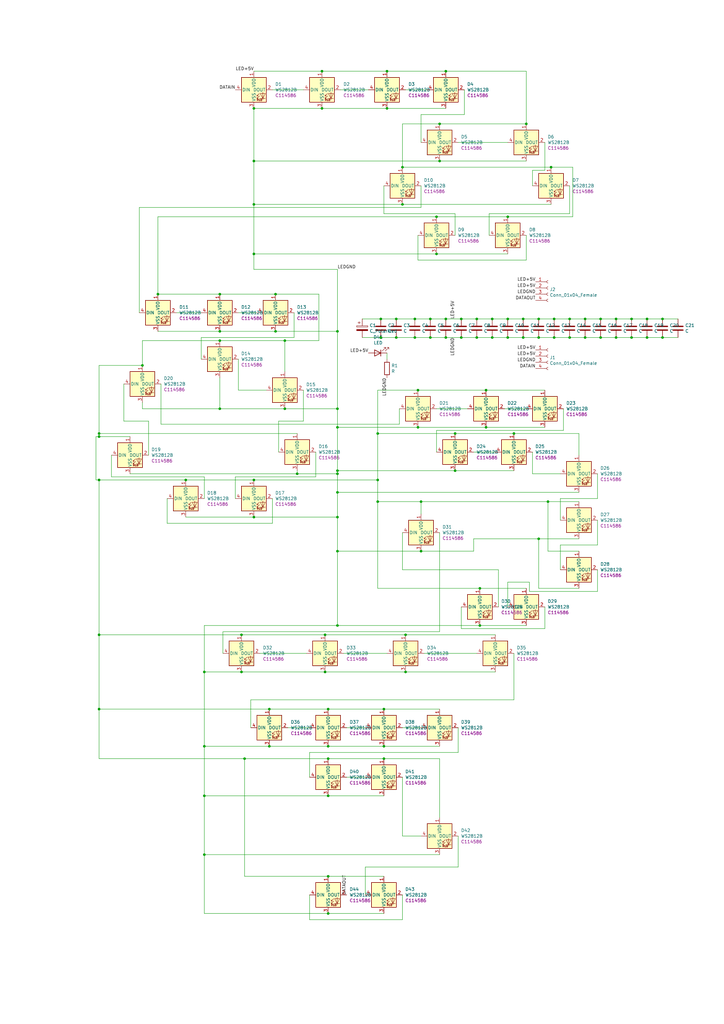
<source format=kicad_sch>
(kicad_sch (version 20211123) (generator eeschema)
  (paper "A3" portrait)
  (title_block (title "EXT LT PANEL") (date "2023-02-10") (rev "3"))
  (lib_symbols
    (symbol "Connector:Conn_01x04_Female" (pin_names (offset 1.016) hide)
      (property "Reference" "J" (at 0 5.08 0))
      (property "Value" "Conn_01x04_Female" (at 0 -7.62 0))
      (symbol "Conn_01x04_Female_1_1"
        (arc (start 0 -4.572) (mid -0.508 -5.08) (end 0 -5.588) (stroke (width 0.1524)))
        (arc (start 0 -2.032) (mid -0.508 -2.54) (end 0 -3.048) (stroke (width 0.1524)))
        (polyline (pts (xy -1.27 -5.08) (xy -0.508 -5.08)) (stroke (width 0.1524)))
        (polyline (pts (xy -1.27 -2.54) (xy -0.508 -2.54)) (stroke (width 0.1524)))
        (polyline (pts (xy -1.27 0) (xy -0.508 0)) (stroke (width 0.1524)))
        (polyline (pts (xy -1.27 2.54) (xy -0.508 2.54)) (stroke (width 0.1524)))
        (arc (start 0 0.508) (mid -0.508 0) (end 0 -0.508) (stroke (width 0.1524)))
        (arc (start 0 3.048) (mid -0.508 2.54) (end 0 2.032) (stroke (width 0.1524)))
        (pin passive line (at -5.08 2.54 0) (length 3.81) (name "Pin_1") (number "1"))
        (pin passive line (at -5.08 0 0) (length 3.81) (name "Pin_2") (number "2"))
        (pin passive line (at -5.08 -2.54 0) (length 3.81) (name "Pin_3") (number "3"))
        (pin passive line (at -5.08 -5.08 0) (length 3.81) (name "Pin_4") (number "4"))
      )
    )
    (symbol "Device:C" (pin_numbers hide) (pin_names (offset 0.254))
      (property "Reference" "C" (at 0.635 2.54 0))
      (property "Value" "C" (at 0.635 -2.54 0))
      (symbol "C_0_1"
        (polyline (pts (xy -2.032 -0.762) (xy 2.032 -0.762)) (stroke (width 0.508)))
        (polyline (pts (xy -2.032 0.762) (xy 2.032 0.762)) (stroke (width 0.508)))
      )
      (symbol "C_1_1"
        (pin passive line (at 0 3.81 270) (length 2.794) (name "~") (number "1"))
        (pin passive line (at 0 -3.81 90) (length 2.794) (name "~") (number "2"))
      )
    )
    (symbol "Device:C_Polarized" (pin_numbers hide) (pin_names (offset 0.254))
      (property "Reference" "C" (at 0.635 2.54 0))
      (property "Value" "C_Polarized" (at 0.635 -2.54 0))
      (symbol "C_Polarized_0_1"
        (rectangle (start -2.286 0.508) (end 2.286 1.016))
        (polyline (pts (xy -1.778 2.286) (xy -0.762 2.286)))
        (polyline (pts (xy -1.27 2.794) (xy -1.27 1.778)))
        (rectangle (start 2.286 -0.508) (end -2.286 -1.016) (fill (type outline)))
      )
      (symbol "C_Polarized_1_1"
        (pin passive line (at 0 3.81 270) (length 2.794) (name "~") (number "1"))
        (pin passive line (at 0 -3.81 90) (length 2.794) (name "~") (number "2"))
      )
    )
    (symbol "Device:LED" (pin_numbers hide) (pin_names (offset 1.016) hide)
      (property "Reference" "D" (at 0 2.54 0))
      (property "Value" "LED" (at 0 -2.54 0))
      (symbol "LED_0_1"
        (polyline (pts (xy -1.27 -1.27) (xy -1.27 1.27)) (stroke (width 0.254)))
        (polyline (pts (xy -1.27 0) (xy 1.27 0)))
        (polyline (pts (xy 1.27 -1.27) (xy 1.27 1.27) (xy -1.27 0) (xy 1.27 -1.27)) (stroke (width 0.254)))
        (polyline (pts (xy -3.048 -0.762) (xy -4.572 -2.286) (xy -3.81 -2.286) (xy -4.572 -2.286) (xy -4.572 -1.524)))
        (polyline (pts (xy -1.778 -0.762) (xy -3.302 -2.286) (xy -2.54 -2.286) (xy -3.302 -2.286) (xy -3.302 -1.524)))
      )
      (symbol "LED_1_1"
        (pin passive line (at -3.81 0 0) (length 2.54) (name "K") (number "1"))
        (pin passive line (at 3.81 0 180) (length 2.54) (name "A") (number "2"))
      )
    )
    (symbol "Device:R" (pin_numbers hide) (pin_names (offset 0))
      (property "Reference" "R" (at 2.032 0 90))
      (property "Value" "R" (at 0 0 90))
      (symbol "R_0_1"
        (rectangle (start -1.016 -2.54) (end 1.016 2.54) (stroke (width 0.254)))
      )
      (symbol "R_1_1"
        (pin passive line (at 0 3.81 270) (length 1.27) (name "~") (number "1"))
        (pin passive line (at 0 -3.81 90) (length 1.27) (name "~") (number "2"))
      )
    )
    (symbol "LED:WS2812B" (pin_names (offset 0.254))
      (property "Reference" "D" (at 5.08 5.715 0))
      (property "Value" "WS2812B" (at 1.27 -5.715 0))
      (symbol "WS2812B_0_0"
        (text "RGB" (at 2.286 -4.191 0) (effects (font (size 0.762 0.762))))
      )
      (symbol "WS2812B_0_1"
        (polyline (pts (xy 1.27 -3.556) (xy 1.778 -3.556)))
        (polyline (pts (xy 1.27 -2.54) (xy 1.778 -2.54)))
        (polyline (pts (xy 4.699 -3.556) (xy 2.667 -3.556)))
        (polyline (pts (xy 2.286 -2.54) (xy 1.27 -3.556) (xy 1.27 -3.048)))
        (polyline (pts (xy 2.286 -1.524) (xy 1.27 -2.54) (xy 1.27 -2.032)))
        (polyline (pts (xy 3.683 -1.016) (xy 3.683 -3.556) (xy 3.683 -4.064)))
        (polyline (pts (xy 4.699 -1.524) (xy 2.667 -1.524) (xy 3.683 -3.556) (xy 4.699 -1.524)))
        (rectangle (start 5.08 5.08) (end -5.08 -5.08) (stroke (width 0.254)) (fill (type background)))
      )
      (symbol "WS2812B_1_1"
        (pin power_in line (at 0 7.62 270) (length 2.54) (name "VDD") (number "1"))
        (pin output line (at 7.62 0 180) (length 2.54) (name "DOUT") (number "2"))
        (pin power_in line (at 0 -7.62 90) (length 2.54) (name "VSS") (number "3"))
        (pin input line (at -7.62 0 0) (length 2.54) (name "DIN") (number "4"))
      )
    )
  )
  (junction (at 220.98 220.98))
  (junction (at 186.69 177.8))
  (junction (at 154.94 177.8))
  (junction (at 271.78 130.81))
  (junction (at 104.14 196.85))
  (junction (at 90.17 120.65))
  (junction (at 138.43 256.54))
  (junction (at 182.88 138.43))
  (junction (at 138.43 226.06))
  (junction (at 138.43 167.64))
  (junction (at 240.03 138.43))
  (junction (at 90.17 167.64))
  (junction (at 199.39 160.02))
  (junction (at 172.72 205.74))
  (junction (at 113.03 120.65))
  (junction (at 224.79 205.74))
  (junction (at 158.75 44.45))
  (junction (at 157.48 290.83))
  (junction (at 208.28 138.43))
  (junction (at 180.34 50.8))
  (junction (at 259.08 130.81))
  (junction (at 227.33 130.81))
  (junction (at 220.98 130.81))
  (junction (at 132.08 44.45))
  (junction (at 208.28 130.81))
  (junction (at 104.14 104.14))
  (junction (at 179.07 104.14))
  (junction (at 90.17 135.89))
  (junction (at 138.43 175.26))
  (junction (at 138.43 193.04))
  (junction (at 83.82 306.07))
  (junction (at 165.1 83.82))
  (junction (at 104.14 83.82))
  (junction (at 165.1 68.58))
  (junction (at 170.18 130.81))
  (junction (at 134.62 311.15))
  (junction (at 154.94 196.85))
  (junction (at 138.43 201.93))
  (junction (at 166.37 260.35))
  (junction (at 134.62 326.39))
  (junction (at 132.08 29.21))
  (junction (at 40.64 196.85))
  (junction (at 201.93 130.81))
  (junction (at 64.77 120.65))
  (junction (at 199.39 175.26))
  (junction (at 252.73 130.81))
  (junction (at 156.21 138.43))
  (junction (at 100.33 311.15))
  (junction (at 40.64 290.83))
  (junction (at 99.06 275.59))
  (junction (at 110.49 290.83))
  (junction (at 246.38 130.81))
  (junction (at 133.35 260.35))
  (junction (at 158.75 29.21))
  (junction (at 133.35 275.59))
  (junction (at 138.43 212.09))
  (junction (at 58.42 149.86))
  (junction (at 195.58 130.81))
  (junction (at 134.62 290.83))
  (junction (at 104.14 44.45))
  (junction (at 104.14 66.04))
  (junction (at 265.43 138.43))
  (junction (at 157.48 311.15))
  (junction (at 259.08 138.43))
  (junction (at 40.64 260.35))
  (junction (at 134.62 359.41))
  (junction (at 166.37 275.59))
  (junction (at 227.33 138.43))
  (junction (at 265.43 130.81))
  (junction (at 116.84 167.64))
  (junction (at 172.72 226.06))
  (junction (at 104.14 212.09))
  (junction (at 40.64 179.07))
  (junction (at 83.82 350.52))
  (junction (at 233.68 138.43))
  (junction (at 171.45 160.02))
  (junction (at 162.56 138.43))
  (junction (at 214.63 130.81))
  (junction (at 83.82 275.59))
  (junction (at 189.23 138.43))
  (junction (at 83.82 326.39))
  (junction (at 176.53 138.43))
  (junction (at 170.18 138.43))
  (junction (at 90.17 139.7))
  (junction (at 182.88 130.81))
  (junction (at 233.68 130.81))
  (junction (at 215.9 50.8))
  (junction (at 134.62 306.07))
  (junction (at 246.38 138.43))
  (junction (at 113.03 135.89))
  (junction (at 157.48 306.07))
  (junction (at 180.34 66.04))
  (junction (at 162.56 130.81))
  (junction (at 214.63 138.43))
  (junction (at 156.21 130.81))
  (junction (at 134.62 374.65))
  (junction (at 226.06 68.58))
  (junction (at 208.28 88.9))
  (junction (at 121.92 194.31))
  (junction (at 271.78 138.43))
  (junction (at 196.85 256.54))
  (junction (at 189.23 130.81))
  (junction (at 186.69 193.04))
  (junction (at 76.2 196.85))
  (junction (at 220.98 138.43))
  (junction (at 40.64 177.8))
  (junction (at 171.45 175.26))
  (junction (at 179.07 88.9))
  (junction (at 210.82 177.8))
  (junction (at 138.43 194.31))
  (junction (at 196.85 241.3))
  (junction (at 195.58 138.43))
  (junction (at 240.03 130.81))
  (junction (at 154.94 205.74))
  (junction (at 201.93 138.43))
  (junction (at 138.43 135.89))
  (junction (at 110.49 306.07))
  (junction (at 116.84 139.7))
  (junction (at 182.88 29.21))
  (junction (at 252.73 138.43))
  (junction (at 99.06 260.35))
  (junction (at 176.53 130.81))
  (wire (pts (xy 234.95 68.58) (xy 234.95 88.9)))
  (wire (pts (xy 102.87 287.02) (xy 102.87 298.45)))
  (wire (pts (xy 245.11 233.68) (xy 245.11 242.57)))
  (wire (pts (xy 182.88 29.21) (xy 215.9 29.21)))
  (wire (pts (xy 40.64 311.15) (xy 100.33 311.15)))
  (wire (pts (xy 40.64 179.07) (xy 53.34 179.07)))
  (wire (pts (xy 163.83 173.99) (xy 163.83 167.64)))
  (wire (pts (xy 142.24 318.77) (xy 149.86 318.77)))
  (wire (pts (xy 154.94 241.3) (xy 154.94 205.74)))
  (wire (pts (xy 172.72 205.74) (xy 154.94 205.74)))
  (wire (pts (xy 215.9 241.3) (xy 196.85 241.3)))
  (wire (pts (xy 121.92 194.31) (xy 138.43 194.31)))
  (wire (pts (xy 227.33 130.81) (xy 220.98 130.81)))
  (wire (pts (xy 187.96 308.61) (xy 127 308.61)))
  (wire (pts (xy 215.9 96.52) (xy 215.9 106.68)))
  (wire (pts (xy 157.48 290.83) (xy 180.34 290.83)))
  (wire (pts (xy 237.49 220.98) (xy 220.98 220.98)))
  (wire (pts (xy 210.82 177.8) (xy 186.69 177.8)))
  (wire (pts (xy 82.55 138.43) (xy 82.55 147.32)))
  (wire (pts (xy 83.82 306.07) (xy 110.49 306.07)))
  (wire (pts (xy 189.23 257.81) (xy 189.23 248.92)))
  (wire (pts (xy 172.72 85.09) (xy 57.15 85.09)))
  (wire (pts (xy 138.43 167.64) (xy 116.84 167.64)))
  (wire (pts (xy 224.79 205.74) (xy 172.72 205.74)))
  (wire (pts (xy 252.73 130.81) (xy 246.38 130.81)))
  (wire (pts (xy 162.56 138.43) (xy 170.18 138.43)))
  (wire (pts (xy 96.52 195.58) (xy 96.52 204.47)))
  (wire (pts (xy 40.64 196.85) (xy 40.64 260.35)))
  (wire (pts (xy 182.88 130.81) (xy 176.53 130.81)))
  (wire (pts (xy 171.45 106.68) (xy 171.45 96.52)))
  (wire (pts (xy 245.11 213.36) (xy 245.11 223.52)))
  (wire (pts (xy 231.14 167.64) (xy 231.14 176.53)))
  (wire (pts (xy 40.64 260.35) (xy 99.06 260.35)))
  (wire (pts (xy 172.72 210.82) (xy 172.72 205.74)))
  (wire (pts (xy 83.82 326.39) (xy 83.82 350.52)))
  (wire (pts (xy 265.43 138.43) (xy 271.78 138.43)))
  (wire (pts (xy 113.03 120.65) (xy 130.81 120.65)))
  (wire (pts (xy 124.46 160.02) (xy 124.46 172.72)))
  (wire (pts (xy 120.65 138.43) (xy 82.55 138.43)))
  (wire (pts (xy 90.17 154.94) (xy 90.17 167.64)))
  (wire (pts (xy 83.82 204.47) (xy 83.82 195.58)))
  (wire (pts (xy 142.24 298.45) (xy 149.86 298.45)))
  (wire (pts (xy 229.87 204.47) (xy 229.87 213.36)))
  (wire (pts (xy 208.28 138.43) (xy 214.63 138.43)))
  (wire (pts (xy 171.45 160.02) (xy 199.39 160.02)))
  (wire (pts (xy 203.2 275.59) (xy 166.37 275.59)))
  (wire (pts (xy 245.11 204.47) (xy 229.87 204.47)))
  (wire (pts (xy 134.62 374.65) (xy 157.48 374.65)))
  (wire (pts (xy 165.1 298.45) (xy 172.72 298.45)))
  (wire (pts (xy 187.96 298.45) (xy 187.96 308.61)))
  (wire (pts (xy 218.44 69.85) (xy 218.44 76.2)))
  (wire (pts (xy 165.1 233.68) (xy 165.1 218.44)))
  (wire (pts (xy 111.76 214.63) (xy 68.58 214.63)))
  (wire (pts (xy 215.9 106.68) (xy 171.45 106.68)))
  (wire (pts (xy 208.28 104.14) (xy 179.07 104.14)))
  (wire (pts (xy 106.68 267.97) (xy 125.73 267.97)))
  (wire (pts (xy 154.94 205.74) (xy 154.94 196.85)))
  (wire (pts (xy 220.98 220.98) (xy 194.31 220.98)))
  (wire (pts (xy 208.28 88.9) (xy 179.07 88.9)))
  (wire (pts (xy 214.63 138.43) (xy 220.98 138.43)))
  (wire (pts (xy 259.08 130.81) (xy 252.73 130.81)))
  (wire (pts (xy 127 308.61) (xy 127 318.77)))
  (wire (pts (xy 118.11 298.45) (xy 127 298.45)))
  (wire (pts (xy 186.69 177.8) (xy 154.94 177.8)))
  (wire (pts (xy 83.82 275.59) (xy 83.82 256.54)))
  (wire (pts (xy 237.49 186.69) (xy 237.49 177.8)))
  (wire (pts (xy 97.79 160.02) (xy 109.22 160.02)))
  (wire (pts (xy 237.49 201.93) (xy 138.43 201.93)))
  (wire (pts (xy 68.58 214.63) (xy 68.58 204.47)))
  (wire (pts (xy 179.07 167.64) (xy 191.77 167.64)))
  (wire (pts (xy 245.11 223.52) (xy 229.87 223.52)))
  (wire (pts (xy 148.59 138.43) (xy 156.21 138.43)))
  (wire (pts (xy 223.52 69.85) (xy 218.44 69.85)))
  (wire (pts (xy 179.07 104.14) (xy 104.14 104.14)))
  (wire (pts (xy 218.44 194.31) (xy 229.87 194.31)))
  (wire (pts (xy 218.44 185.42) (xy 218.44 194.31)))
  (wire (pts (xy 50.8 172.72) (xy 50.8 157.48)))
  (wire (pts (xy 83.82 350.52) (xy 180.34 350.52)))
  (wire (pts (xy 233.68 87.63) (xy 200.66 87.63)))
  (wire (pts (xy 99.06 275.59) (xy 83.82 275.59)))
  (wire (pts (xy 158.75 29.21) (xy 182.88 29.21)))
  (wire (pts (xy 138.43 175.26) (xy 138.43 193.04)))
  (wire (pts (xy 83.82 350.52) (xy 83.82 374.65)))
  (wire (pts (xy 194.31 226.06) (xy 172.72 226.06)))
  (wire (pts (xy 124.46 172.72) (xy 114.3 172.72)))
  (wire (pts (xy 166.37 36.83) (xy 175.26 36.83)))
  (wire (pts (xy 220.98 130.81) (xy 214.63 130.81)))
  (wire (pts (xy 111.76 204.47) (xy 111.76 214.63)))
  (wire (pts (xy 149.86 355.6) (xy 149.86 367.03)))
  (wire (pts (xy 180.34 311.15) (xy 180.34 335.28)))
  (wire (pts (xy 83.82 326.39) (xy 134.62 326.39)))
  (wire (pts (xy 76.2 196.85) (xy 40.64 196.85)))
  (wire (pts (xy 271.78 138.43) (xy 278.13 138.43)))
  (wire (pts (xy 173.99 267.97) (xy 195.58 267.97)))
  (wire (pts (xy 76.2 212.09) (xy 104.14 212.09)))
  (wire (pts (xy 129.54 195.58) (xy 96.52 195.58)))
  (wire (pts (xy 245.11 194.31) (xy 245.11 204.47)))
  (wire (pts (xy 40.64 260.35) (xy 40.64 290.83)))
  (wire (pts (xy 237.49 241.3) (xy 220.98 241.3)))
  (wire (pts (xy 116.84 139.7) (xy 90.17 139.7)))
  (wire (pts (xy 104.14 66.04) (xy 104.14 44.45)))
  (wire (pts (xy 172.72 76.2) (xy 172.72 85.09)))
  (wire (pts (xy 217.17 238.76) (xy 208.28 238.76)))
  (wire (pts (xy 226.06 68.58) (xy 234.95 68.58)))
  (wire (pts (xy 100.33 311.15) (xy 134.62 311.15)))
  (wire (pts (xy 138.43 110.49) (xy 138.43 135.89)))
  (wire (pts (xy 114.3 172.72) (xy 114.3 185.42)))
  (wire (pts (xy 246.38 138.43) (xy 252.73 138.43)))
  (wire (pts (xy 189.23 138.43) (xy 195.58 138.43)))
  (wire (pts (xy 240.03 138.43) (xy 246.38 138.43)))
  (wire (pts (xy 187.96 58.42) (xy 208.28 58.42)))
  (wire (pts (xy 223.52 58.42) (xy 223.52 69.85)))
  (wire (pts (xy 196.85 241.3) (xy 154.94 241.3)))
  (wire (pts (xy 121.92 193.04) (xy 121.92 194.31)))
  (wire (pts (xy 58.42 167.64) (xy 58.42 165.1)))
  (wire (pts (xy 83.82 195.58) (xy 45.72 195.58)))
  (wire (pts (xy 66.04 157.48) (xy 66.04 173.99)))
  (wire (pts (xy 104.14 83.82) (xy 104.14 104.14)))
  (wire (pts (xy 138.43 110.49) (xy 104.14 110.49)))
  (wire (pts (xy 199.39 160.02) (xy 223.52 160.02)))
  (wire (pts (xy 233.68 76.2) (xy 233.68 87.63)))
  (wire (pts (xy 271.78 130.81) (xy 265.43 130.81)))
  (wire (pts (xy 39.37 179.07) (xy 40.64 179.07)))
  (wire (pts (xy 195.58 138.43) (xy 201.93 138.43)))
  (wire (pts (xy 138.43 135.89) (xy 113.03 135.89)))
  (wire (pts (xy 252.73 138.43) (xy 259.08 138.43)))
  (wire (pts (xy 110.49 306.07) (xy 134.62 306.07)))
  (wire (pts (xy 83.82 256.54) (xy 138.43 256.54)))
  (wire (pts (xy 180.34 66.04) (xy 104.14 66.04)))
  (wire (pts (xy 223.52 248.92) (xy 223.52 257.81)))
  (wire (pts (xy 182.88 138.43) (xy 189.23 138.43)))
  (wire (pts (xy 39.37 196.85) (xy 39.37 179.07)))
  (wire (pts (xy 53.34 194.31) (xy 121.92 194.31)))
  (wire (pts (xy 246.38 130.81) (xy 240.03 130.81)))
  (wire (pts (xy 176.53 130.81) (xy 170.18 130.81)))
  (wire (pts (xy 132.08 44.45) (xy 158.75 44.45)))
  (wire (pts (xy 226.06 83.82) (xy 165.1 83.82)))
  (wire (pts (xy 240.03 130.81) (xy 233.68 130.81)))
  (wire (pts (xy 91.44 259.08) (xy 91.44 267.97)))
  (wire (pts (xy 166.37 275.59) (xy 133.35 275.59)))
  (wire (pts (xy 100.33 359.41) (xy 134.62 359.41)))
  (wire (pts (xy 116.84 139.7) (xy 116.84 152.4)))
  (wire (pts (xy 104.14 212.09) (xy 138.43 212.09)))
  (wire (pts (xy 140.97 267.97) (xy 158.75 267.97)))
  (wire (pts (xy 157.48 306.07) (xy 180.34 306.07)))
  (wire (pts (xy 120.65 128.27) (xy 120.65 138.43)))
  (wire (pts (xy 156.21 138.43) (xy 162.56 138.43)))
  (wire (pts (xy 162.56 130.81) (xy 156.21 130.81)))
  (wire (pts (xy 207.01 167.64) (xy 215.9 167.64)))
  (wire (pts (xy 133.35 275.59) (xy 99.06 275.59)))
  (wire (pts (xy 139.7 36.83) (xy 151.13 36.83)))
  (wire (pts (xy 201.93 138.43) (xy 208.28 138.43)))
  (wire (pts (xy 201.93 130.81) (xy 195.58 130.81)))
  (wire (pts (xy 90.17 167.64) (xy 58.42 167.64)))
  (wire (pts (xy 180.34 50.8) (xy 165.1 50.8)))
  (wire (pts (xy 165.1 68.58) (xy 226.06 68.58)))
  (wire (pts (xy 138.43 135.89) (xy 138.43 167.64)))
  (wire (pts (xy 58.42 149.86) (xy 40.64 149.86)))
  (wire (pts (xy 104.14 196.85) (xy 76.2 196.85)))
  (wire (pts (xy 165.1 50.8) (xy 165.1 68.58)))
  (wire (pts (xy 113.03 135.89) (xy 90.17 135.89)))
  (wire (pts (xy 154.94 177.8) (xy 154.94 160.02)))
  (wire (pts (xy 234.95 88.9) (xy 208.28 88.9)))
  (wire (pts (xy 215.9 50.8) (xy 180.34 50.8)))
  (wire (pts (xy 134.62 359.41) (xy 157.48 359.41)))
  (wire (pts (xy 40.64 196.85) (xy 39.37 196.85)))
  (wire (pts (xy 90.17 139.7) (xy 58.42 139.7)))
  (wire (pts (xy 215.9 66.04) (xy 180.34 66.04)))
  (wire (pts (xy 104.14 104.14) (xy 104.14 110.49)))
  (wire (pts (xy 154.94 196.85) (xy 154.94 177.8)))
  (wire (pts (xy 204.47 233.68) (xy 165.1 233.68)))
  (wire (pts (xy 57.15 85.09) (xy 57.15 128.27)))
  (wire (pts (xy 104.14 44.45) (xy 132.08 44.45)))
  (wire (pts (xy 99.06 260.35) (xy 133.35 260.35)))
  (wire (pts (xy 223.52 257.81) (xy 189.23 257.81)))
  (wire (pts (xy 171.45 175.26) (xy 138.43 175.26)))
  (wire (pts (xy 210.82 287.02) (xy 102.87 287.02)))
  (wire (pts (xy 158.75 44.45) (xy 182.88 44.45)))
  (wire (pts (xy 220.98 241.3) (xy 220.98 220.98)))
  (wire (pts (xy 138.43 256.54) (xy 138.43 226.06)))
  (wire (pts (xy 134.62 290.83) (xy 157.48 290.83)))
  (wire (pts (xy 100.33 311.15) (xy 100.33 359.41)))
  (wire (pts (xy 170.18 138.43) (xy 176.53 138.43)))
  (wire (pts (xy 104.14 83.82) (xy 104.14 66.04)))
  (wire (pts (xy 231.14 176.53) (xy 179.07 176.53)))
  (wire (pts (xy 165.1 83.82) (xy 104.14 83.82)))
  (wire (pts (xy 40.64 290.83) (xy 40.64 311.15)))
  (wire (pts (xy 60.96 186.69) (xy 60.96 172.72)))
  (wire (pts (xy 165.1 377.19) (xy 127 377.19)))
  (wire (pts (xy 187.96 342.9) (xy 187.96 355.6)))
  (wire (pts (xy 104.14 29.21) (xy 132.08 29.21)))
  (wire (pts (xy 129.54 185.42) (xy 129.54 195.58)))
  (wire (pts (xy 138.43 167.64) (xy 138.43 175.26)))
  (wire (pts (xy 158.75 144.78) (xy 158.75 147.32)))
  (wire (pts (xy 194.31 185.42) (xy 203.2 185.42)))
  (wire (pts (xy 138.43 193.04) (xy 138.43 194.31)))
  (wire (pts (xy 223.52 175.26) (xy 199.39 175.26)))
  (wire (pts (xy 40.64 177.8) (xy 40.64 179.07)))
  (wire (pts (xy 138.43 194.31) (xy 138.43 201.93)))
  (wire (pts (xy 227.33 138.43) (xy 233.68 138.43)))
  (wire (pts (xy 134.62 306.07) (xy 157.48 306.07)))
  (wire (pts (xy 83.82 275.59) (xy 83.82 306.07)))
  (wire (pts (xy 130.81 139.7) (xy 116.84 139.7)))
  (wire (pts (xy 233.68 138.43) (xy 240.03 138.43)))
  (wire (pts (xy 180.34 218.44) (xy 180.34 259.08)))
  (wire (pts (xy 134.62 326.39) (xy 157.48 326.39)))
  (wire (pts (xy 110.49 290.83) (xy 134.62 290.83)))
  (wire (pts (xy 208.28 238.76) (xy 208.28 248.92)))
  (wire (pts (xy 40.64 290.83) (xy 110.49 290.83)))
  (wire (pts (xy 186.69 193.04) (xy 138.43 193.04)))
  (wire (pts (xy 200.66 87.63) (xy 200.66 96.52)))
  (wire (pts (xy 186.69 87.63) (xy 157.48 87.63)))
  (wire (pts (xy 245.11 242.57) (xy 217.17 242.57)))
  (wire (pts (xy 97.79 128.27) (xy 105.41 128.27)))
  (wire (pts (xy 60.96 172.72) (xy 50.8 172.72)))
  (wire (pts (xy 166.37 260.35) (xy 203.2 260.35)))
  (wire (pts (xy 133.35 260.35) (xy 166.37 260.35)))
  (wire (pts (xy 186.69 96.52) (xy 186.69 87.63)))
  (wire (pts (xy 66.04 173.99) (xy 163.83 173.99)))
  (wire (pts (xy 83.82 306.07) (xy 83.82 326.39)))
  (wire (pts (xy 189.23 130.81) (xy 182.88 130.81)))
  (wire (pts (xy 97.79 147.32) (xy 97.79 160.02)))
  (wire (pts (xy 165.1 342.9) (xy 172.72 342.9)))
  (wire (pts (xy 220.98 138.43) (xy 227.33 138.43)))
  (wire (pts (xy 58.42 139.7) (xy 58.42 149.86)))
  (wire (pts (xy 64.77 88.9) (xy 64.77 120.65)))
  (wire (pts (xy 130.81 120.65) (xy 130.81 139.7)))
  (wire (pts (xy 265.43 130.81) (xy 259.08 130.81)))
  (wire (pts (xy 157.48 311.15) (xy 180.34 311.15)))
  (wire (pts (xy 165.1 367.03) (xy 165.1 377.19)))
  (wire (pts (xy 224.79 226.06) (xy 224.79 205.74)))
  (wire (pts (xy 196.85 256.54) (xy 138.43 256.54)))
  (wire (pts (xy 215.9 29.21) (xy 215.9 50.8)))
  (wire (pts (xy 210.82 193.04) (xy 186.69 193.04)))
  (wire (pts (xy 208.28 130.81) (xy 201.93 130.81)))
  (wire (pts (xy 190.5 36.83) (xy 190.5 46.99)))
  (wire (pts (xy 90.17 135.89) (xy 64.77 135.89)))
  (wire (pts (xy 134.62 311.15) (xy 157.48 311.15)))
  (wire (pts (xy 127 377.19) (xy 127 367.03)))
  (wire (pts (xy 237.49 205.74) (xy 224.79 205.74)))
  (wire (pts (xy 195.58 130.81) (xy 189.23 130.81)))
  (wire (pts (xy 179.07 88.9) (xy 64.77 88.9)))
  (wire (pts (xy 154.94 160.02) (xy 171.45 160.02)))
  (wire (pts (xy 165.1 318.77) (xy 165.1 342.9)))
  (wire (pts (xy 104.14 196.85) (xy 154.94 196.85)))
  (wire (pts (xy 210.82 267.97) (xy 210.82 287.02)))
  (wire (pts (xy 199.39 175.26) (xy 171.45 175.26)))
  (wire (pts (xy 278.13 130.81) (xy 271.78 130.81)))
  (wire (pts (xy 190.5 46.99) (xy 172.72 46.99)))
  (wire (pts (xy 176.53 138.43) (xy 182.88 138.43)))
  (wire (pts (xy 132.08 29.21) (xy 158.75 29.21)))
  (wire (pts (xy 259.08 138.43) (xy 265.43 138.43)))
  (wire (pts (xy 172.72 226.06) (xy 138.43 226.06)))
  (wire (pts (xy 180.34 259.08) (xy 91.44 259.08)))
  (wire (pts (xy 116.84 167.64) (xy 90.17 167.64)))
  (wire (pts (xy 72.39 128.27) (xy 82.55 128.27)))
  (wire (pts (xy 237.49 226.06) (xy 224.79 226.06)))
  (wire (pts (xy 170.18 130.81) (xy 162.56 130.81)))
  (wire (pts (xy 156.21 130.81) (xy 148.59 130.81)))
  (wire (pts (xy 90.17 120.65) (xy 113.03 120.65)))
  (wire (pts (xy 83.82 374.65) (xy 134.62 374.65)))
  (wire (pts (xy 138.43 201.93) (xy 138.43 212.09)))
  (wire (pts (xy 229.87 223.52) (xy 229.87 233.68)))
  (wire (pts (xy 215.9 256.54) (xy 196.85 256.54)))
  (wire (pts (xy 233.68 130.81) (xy 227.33 130.81)))
  (wire (pts (xy 237.49 177.8) (xy 210.82 177.8)))
  (wire (pts (xy 40.64 177.8) (xy 121.92 177.8)))
  (wire (pts (xy 217.17 242.57) (xy 217.17 238.76)))
  (wire (pts (xy 179.07 176.53) (xy 179.07 185.42)))
  (wire (pts (xy 194.31 220.98) (xy 194.31 226.06)))
  (wire (pts (xy 45.72 195.58) (xy 45.72 186.69)))
  (wire (pts (xy 214.63 130.81) (xy 208.28 130.81)))
  (wire (pts (xy 204.47 248.92) (xy 204.47 233.68)))
  (wire (pts (xy 172.72 46.99) (xy 172.72 58.42)))
  (wire (pts (xy 157.48 87.63) (xy 157.48 76.2)))
  (wire (pts (xy 111.76 36.83) (xy 124.46 36.83)))
  (wire (pts (xy 40.64 149.86) (xy 40.64 177.8)))
  (wire (pts (xy 187.96 355.6) (xy 149.86 355.6)))
  (wire (pts (xy 64.77 120.65) (xy 90.17 120.65)))
  (wire (pts (xy 138.43 226.06) (xy 138.43 212.09)))
  (label "LEDGND" (at 158.75 154.94 270))
  (label "LED+5V" (at 219.71 118.11 180))
  (label "DATAIN" (at 219.71 151.13 180))
  (label "LEDGND" (at 219.71 120.65 180))
  (label "LED+5V" (at 104.14 29.21 180))
  (label "LED+5V" (at 151.13 144.78 180))
  (label "DATAOUT" (at 142.24 367.03 90))
  (label "LEDGND" (at 138.43 110.49 0))
  (label "LEDGND" (at 186.69 138.43 270))
  (label "LEDGND" (at 219.71 148.59 180))
  (label "DATAIN" (at 96.52 36.83 180))
  (label "LED+5V" (at 186.69 130.81 90))
  (label "LED+5V" (at 219.71 115.57 180))
  (label "LED+5V" (at 219.71 146.05 180))
  (label "LED+5V" (at 219.71 143.51 180))
  (label "DATAOUT" (at 219.71 123.19 180))
  (symbol (lib_id "LED:WS2812B") (at 104.14 36.83 0) (unit 1)
    (property "Reference" "D1" (at 112.8776 34.5186 0) (effects (justify left)))
    (property "Value" "WS2812B" (at 112.8776 36.83 0) (effects (justify left)))
    (property "Footprint" "OH_Footprints:LED_WS2812B_PLCC4_5.0x5.0mm_P3.2mm" (effects hide))
    (property "Datasheet" "https://cdn-shop.adafruit.com/datasheets/WS2812B.pdf" (effects hide))
    (property "LCSC Part Number" "C114586" (at 112.8776 39.1414 0) (effects (justify left)))
  )
  (symbol (lib_id "LED:WS2812B") (at 132.08 36.83 0) (unit 1)
    (property "Reference" "D2" (at 140.8176 34.5186 0) (effects (justify left)))
    (property "Value" "WS2812B" (at 140.8176 36.83 0) (effects (justify left)))
    (property "Footprint" "OH_Footprints:LED_WS2812B_PLCC4_5.0x5.0mm_P3.2mm" (effects hide))
    (property "Datasheet" "https://cdn-shop.adafruit.com/datasheets/WS2812B.pdf" (effects hide))
    (property "LCSC Part Number" "C114586" (at 140.8176 39.1414 0) (effects (justify left)))
  )
  (symbol (lib_id "LED:WS2812B") (at 158.75 36.83 0) (unit 1)
    (property "Reference" "D3" (at 167.4876 34.5186 0) (effects (justify left)))
    (property "Value" "WS2812B" (at 167.4876 36.83 0) (effects (justify left)))
    (property "Footprint" "OH_Footprints:LED_WS2812B_PLCC4_5.0x5.0mm_P3.2mm" (effects hide))
    (property "Datasheet" "https://cdn-shop.adafruit.com/datasheets/WS2812B.pdf" (effects hide))
    (property "LCSC Part Number" "C114586" (at 167.4876 39.1414 0) (effects (justify left)))
  )
  (symbol (lib_id "LED:WS2812B") (at 182.88 36.83 0) (unit 1)
    (property "Reference" "D4" (at 191.6176 34.5186 0) (effects (justify left)))
    (property "Value" "WS2812B" (at 191.6176 36.83 0) (effects (justify left)))
    (property "Footprint" "OH_Footprints:LED_WS2812B_PLCC4_5.0x5.0mm_P3.2mm" (effects hide))
    (property "Datasheet" "https://cdn-shop.adafruit.com/datasheets/WS2812B.pdf" (effects hide))
    (property "LCSC Part Number" "C114586" (at 191.6176 39.1414 0) (effects (justify left)))
  )
  (symbol (lib_id "LED:WS2812B") (at 180.34 58.42 0) (unit 1)
    (property "Reference" "D5" (at 189.0776 56.1086 0) (effects (justify left)))
    (property "Value" "WS2812B" (at 189.0776 58.42 0) (effects (justify left)))
    (property "Footprint" "OH_Footprints:LED_WS2812B_PLCC4_5.0x5.0mm_P3.2mm" (effects hide))
    (property "Datasheet" "https://cdn-shop.adafruit.com/datasheets/WS2812B.pdf" (effects hide))
    (property "LCSC Part Number" "C114586" (at 189.0776 60.7314 0) (effects (justify left)))
  )
  (symbol (lib_id "LED:WS2812B") (at 165.1 76.2 0) (unit 1)
    (property "Reference" "D10" (at 173.8376 73.8886 0) (effects (justify left)))
    (property "Value" "WS2812B" (at 173.8376 76.2 0) (effects (justify left)))
    (property "Footprint" "OH_Footprints:LED_WS2812B_PLCC4_5.0x5.0mm_P3.2mm" (effects hide))
    (property "Datasheet" "https://cdn-shop.adafruit.com/datasheets/WS2812B.pdf" (effects hide))
    (property "LCSC Part Number" "C114586" (at 173.8376 78.5114 0) (effects (justify left)))
  )
  (symbol (lib_id "LED:WS2812B") (at 179.07 96.52 0) (unit 1)
    (property "Reference" "D9" (at 187.8076 94.2086 0) (effects (justify left)))
    (property "Value" "WS2812B" (at 187.8076 96.52 0) (effects (justify left)))
    (property "Footprint" "OH_Footprints:LED_WS2812B_PLCC4_5.0x5.0mm_P3.2mm" (effects hide))
    (property "Datasheet" "https://cdn-shop.adafruit.com/datasheets/WS2812B.pdf" (effects hide))
    (property "LCSC Part Number" "C114586" (at 187.8076 98.8314 0) (effects (justify left)))
  )
  (symbol (lib_id "LED:WS2812B") (at 208.28 96.52 0) (unit 1)
    (property "Reference" "D8" (at 217.0176 94.2086 0) (effects (justify left)))
    (property "Value" "WS2812B" (at 217.0176 96.52 0) (effects (justify left)))
    (property "Footprint" "OH_Footprints:LED_WS2812B_PLCC4_5.0x5.0mm_P3.2mm" (effects hide))
    (property "Datasheet" "https://cdn-shop.adafruit.com/datasheets/WS2812B.pdf" (effects hide))
    (property "LCSC Part Number" "C114586" (at 217.0176 98.8314 0) (effects (justify left)))
  )
  (symbol (lib_id "LED:WS2812B") (at 226.06 76.2 0) (unit 1)
    (property "Reference" "D7" (at 234.7976 73.8886 0) (effects (justify left)))
    (property "Value" "WS2812B" (at 234.7976 76.2 0) (effects (justify left)))
    (property "Footprint" "OH_Footprints:LED_WS2812B_PLCC4_5.0x5.0mm_P3.2mm" (effects hide))
    (property "Datasheet" "https://cdn-shop.adafruit.com/datasheets/WS2812B.pdf" (effects hide))
    (property "LCSC Part Number" "C114586" (at 234.7976 78.5114 0) (effects (justify left)))
  )
  (symbol (lib_id "LED:WS2812B") (at 215.9 58.42 0) (unit 1)
    (property "Reference" "D6" (at 224.6376 56.1086 0) (effects (justify left)))
    (property "Value" "WS2812B" (at 224.6376 58.42 0) (effects (justify left)))
    (property "Footprint" "OH_Footprints:LED_WS2812B_PLCC4_5.0x5.0mm_P3.2mm" (effects hide))
    (property "Datasheet" "https://cdn-shop.adafruit.com/datasheets/WS2812B.pdf" (effects hide))
    (property "LCSC Part Number" "C114586" (at 224.6376 60.7314 0) (effects (justify left)))
  )
  (symbol (lib_id "LED:WS2812B") (at 64.77 128.27 0) (unit 1)
    (property "Reference" "D11" (at 73.5076 125.9586 0) (effects (justify left)))
    (property "Value" "WS2812B" (at 73.5076 128.27 0) (effects (justify left)))
    (property "Footprint" "OH_Footprints:LED_WS2812B_PLCC4_5.0x5.0mm_P3.2mm" (effects hide))
    (property "Datasheet" "https://cdn-shop.adafruit.com/datasheets/WS2812B.pdf" (effects hide))
    (property "LCSC Part Number" "C114586" (at 73.5076 130.5814 0) (effects (justify left)))
  )
  (symbol (lib_id "LED:WS2812B") (at 90.17 128.27 0) (unit 1)
    (property "Reference" "D12" (at 98.9076 125.9586 0) (effects (justify left)))
    (property "Value" "WS2812B" (at 98.9076 128.27 0) (effects (justify left)))
    (property "Footprint" "OH_Footprints:LED_WS2812B_PLCC4_5.0x5.0mm_P3.2mm" (effects hide))
    (property "Datasheet" "https://cdn-shop.adafruit.com/datasheets/WS2812B.pdf" (effects hide))
    (property "LCSC Part Number" "C114586" (at 98.9076 130.5814 0) (effects (justify left)))
  )
  (symbol (lib_id "LED:WS2812B") (at 113.03 128.27 0) (unit 1)
    (property "Reference" "D13" (at 121.7676 125.9586 0) (effects (justify left)))
    (property "Value" "WS2812B" (at 121.7676 128.27 0) (effects (justify left)))
    (property "Footprint" "OH_Footprints:LED_WS2812B_PLCC4_5.0x5.0mm_P3.2mm" (effects hide))
    (property "Datasheet" "https://cdn-shop.adafruit.com/datasheets/WS2812B.pdf" (effects hide))
    (property "LCSC Part Number" "C114586" (at 121.7676 130.5814 0) (effects (justify left)))
  )
  (symbol (lib_id "LED:WS2812B") (at 90.17 147.32 0) (unit 1)
    (property "Reference" "D14" (at 98.9076 145.0086 0) (effects (justify left)))
    (property "Value" "WS2812B" (at 98.9076 147.32 0) (effects (justify left)))
    (property "Footprint" "OH_Footprints:LED_WS2812B_PLCC4_5.0x5.0mm_P3.2mm" (effects hide))
    (property "Datasheet" "https://cdn-shop.adafruit.com/datasheets/WS2812B.pdf" (effects hide))
    (property "LCSC Part Number" "C114586" (at 98.9076 149.6314 0) (effects (justify left)))
  )
  (symbol (lib_id "LED:WS2812B") (at 116.84 160.02 0) (unit 1)
    (property "Reference" "D15" (at 125.5776 157.7086 0) (effects (justify left)))
    (property "Value" "WS2812B" (at 125.5776 160.02 0) (effects (justify left)))
    (property "Footprint" "OH_Footprints:LED_WS2812B_PLCC4_5.0x5.0mm_P3.2mm" (effects hide))
    (property "Datasheet" "https://cdn-shop.adafruit.com/datasheets/WS2812B.pdf" (effects hide))
    (property "LCSC Part Number" "C114586" (at 125.5776 162.3314 0) (effects (justify left)))
  )
  (symbol (lib_id "LED:WS2812B") (at 121.92 185.42 0) (unit 1)
    (property "Reference" "D16" (at 130.6576 183.1086 0) (effects (justify left)))
    (property "Value" "WS2812B" (at 130.6576 185.42 0) (effects (justify left)))
    (property "Footprint" "OH_Footprints:LED_WS2812B_PLCC4_5.0x5.0mm_P3.2mm" (effects hide))
    (property "Datasheet" "https://cdn-shop.adafruit.com/datasheets/WS2812B.pdf" (effects hide))
    (property "LCSC Part Number" "C114586" (at 130.6576 187.7314 0) (effects (justify left)))
  )
  (symbol (lib_id "LED:WS2812B") (at 104.14 204.47 0) (unit 1)
    (property "Reference" "D17" (at 112.8776 202.1586 0) (effects (justify left)))
    (property "Value" "WS2812B" (at 112.8776 204.47 0) (effects (justify left)))
    (property "Footprint" "OH_Footprints:LED_WS2812B_PLCC4_5.0x5.0mm_P3.2mm" (effects hide))
    (property "Datasheet" "https://cdn-shop.adafruit.com/datasheets/WS2812B.pdf" (effects hide))
    (property "LCSC Part Number" "C114586" (at 112.8776 206.7814 0) (effects (justify left)))
  )
  (symbol (lib_id "LED:WS2812B") (at 76.2 204.47 0) (unit 1)
    (property "Reference" "D18" (at 84.9376 202.1586 0) (effects (justify left)))
    (property "Value" "WS2812B" (at 84.9376 204.47 0) (effects (justify left)))
    (property "Footprint" "OH_Footprints:LED_WS2812B_PLCC4_5.0x5.0mm_P3.2mm" (effects hide))
    (property "Datasheet" "https://cdn-shop.adafruit.com/datasheets/WS2812B.pdf" (effects hide))
    (property "LCSC Part Number" "C114586" (at 84.9376 206.7814 0) (effects (justify left)))
  )
  (symbol (lib_id "LED:WS2812B") (at 53.34 186.69 0) (unit 1)
    (property "Reference" "D19" (at 62.0776 184.3786 0) (effects (justify left)))
    (property "Value" "WS2812B" (at 62.0776 186.69 0) (effects (justify left)))
    (property "Footprint" "OH_Footprints:LED_WS2812B_PLCC4_5.0x5.0mm_P3.2mm" (effects hide))
    (property "Datasheet" "https://cdn-shop.adafruit.com/datasheets/WS2812B.pdf" (effects hide))
    (property "LCSC Part Number" "C114586" (at 62.0776 189.0014 0) (effects (justify left)))
  )
  (symbol (lib_id "LED:WS2812B") (at 58.42 157.48 0) (unit 1)
    (property "Reference" "D20" (at 67.1576 155.1686 0) (effects (justify left)))
    (property "Value" "WS2812B" (at 67.1576 157.48 0) (effects (justify left)))
    (property "Footprint" "OH_Footprints:LED_WS2812B_PLCC4_5.0x5.0mm_P3.2mm" (effects hide))
    (property "Datasheet" "https://cdn-shop.adafruit.com/datasheets/WS2812B.pdf" (effects hide))
    (property "LCSC Part Number" "C114586" (at 67.1576 159.7914 0) (effects (justify left)))
  )
  (symbol (lib_id "LED:WS2812B") (at 171.45 167.64 0) (unit 1)
    (property "Reference" "D21" (at 180.1876 165.3286 0) (effects (justify left)))
    (property "Value" "WS2812B" (at 180.1876 167.64 0) (effects (justify left)))
    (property "Footprint" "OH_Footprints:LED_WS2812B_PLCC4_5.0x5.0mm_P3.2mm" (effects hide))
    (property "Datasheet" "https://cdn-shop.adafruit.com/datasheets/WS2812B.pdf" (effects hide))
    (property "LCSC Part Number" "C114586" (at 180.1876 169.9514 0) (effects (justify left)))
  )
  (symbol (lib_id "LED:WS2812B") (at 199.39 167.64 0) (unit 1)
    (property "Reference" "D22" (at 208.1276 165.3286 0) (effects (justify left)))
    (property "Value" "WS2812B" (at 208.1276 167.64 0) (effects (justify left)))
    (property "Footprint" "OH_Footprints:LED_WS2812B_PLCC4_5.0x5.0mm_P3.2mm" (effects hide))
    (property "Datasheet" "https://cdn-shop.adafruit.com/datasheets/WS2812B.pdf" (effects hide))
    (property "LCSC Part Number" "C114586" (at 208.1276 169.9514 0) (effects (justify left)))
  )
  (symbol (lib_id "LED:WS2812B") (at 223.52 167.64 0) (unit 1)
    (property "Reference" "D23" (at 232.2576 165.3286 0) (effects (justify left)))
    (property "Value" "WS2812B" (at 232.2576 167.64 0) (effects (justify left)))
    (property "Footprint" "OH_Footprints:LED_WS2812B_PLCC4_5.0x5.0mm_P3.2mm" (effects hide))
    (property "Datasheet" "https://cdn-shop.adafruit.com/datasheets/WS2812B.pdf" (effects hide))
    (property "LCSC Part Number" "C114586" (at 232.2576 169.9514 0) (effects (justify left)))
  )
  (symbol (lib_id "LED:WS2812B") (at 186.69 185.42 0) (unit 1)
    (property "Reference" "D24" (at 195.4276 183.1086 0) (effects (justify left)))
    (property "Value" "WS2812B" (at 195.4276 185.42 0) (effects (justify left)))
    (property "Footprint" "OH_Footprints:LED_WS2812B_PLCC4_5.0x5.0mm_P3.2mm" (effects hide))
    (property "Datasheet" "https://cdn-shop.adafruit.com/datasheets/WS2812B.pdf" (effects hide))
    (property "LCSC Part Number" "C114586" (at 195.4276 187.7314 0) (effects (justify left)))
  )
  (symbol (lib_id "LED:WS2812B") (at 210.82 185.42 0) (unit 1)
    (property "Reference" "D25" (at 219.5576 183.1086 0) (effects (justify left)))
    (property "Value" "WS2812B" (at 219.5576 185.42 0) (effects (justify left)))
    (property "Footprint" "OH_Footprints:LED_WS2812B_PLCC4_5.0x5.0mm_P3.2mm" (effects hide))
    (property "Datasheet" "https://cdn-shop.adafruit.com/datasheets/WS2812B.pdf" (effects hide))
    (property "LCSC Part Number" "C114586" (at 219.5576 187.7314 0) (effects (justify left)))
  )
  (symbol (lib_id "LED:WS2812B") (at 237.49 194.31 0) (unit 1)
    (property "Reference" "D26" (at 246.2276 191.9986 0) (effects (justify left)))
    (property "Value" "WS2812B" (at 246.2276 194.31 0) (effects (justify left)))
    (property "Footprint" "OH_Footprints:LED_WS2812B_PLCC4_5.0x5.0mm_P3.2mm" (effects hide))
    (property "Datasheet" "https://cdn-shop.adafruit.com/datasheets/WS2812B.pdf" (effects hide))
    (property "LCSC Part Number" "C114586" (at 246.2276 196.6214 0) (effects (justify left)))
  )
  (symbol (lib_id "LED:WS2812B") (at 237.49 213.36 0) (unit 1)
    (property "Reference" "D27" (at 246.2276 211.0486 0) (effects (justify left)))
    (property "Value" "WS2812B" (at 246.2276 213.36 0) (effects (justify left)))
    (property "Footprint" "OH_Footprints:LED_WS2812B_PLCC4_5.0x5.0mm_P3.2mm" (effects hide))
    (property "Datasheet" "https://cdn-shop.adafruit.com/datasheets/WS2812B.pdf" (effects hide))
    (property "LCSC Part Number" "C114586" (at 246.2276 215.6714 0) (effects (justify left)))
  )
  (symbol (lib_id "LED:WS2812B") (at 237.49 233.68 0) (unit 1)
    (property "Reference" "D28" (at 246.2276 231.3686 0) (effects (justify left)))
    (property "Value" "WS2812B" (at 246.2276 233.68 0) (effects (justify left)))
    (property "Footprint" "OH_Footprints:LED_WS2812B_PLCC4_5.0x5.0mm_P3.2mm" (effects hide))
    (property "Datasheet" "https://cdn-shop.adafruit.com/datasheets/WS2812B.pdf" (effects hide))
    (property "LCSC Part Number" "C114586" (at 246.2276 235.9914 0) (effects (justify left)))
  )
  (symbol (lib_id "LED:WS2812B") (at 172.72 218.44 0) (unit 1)
    (property "Reference" "D31" (at 181.4576 216.1286 0) (effects (justify left)))
    (property "Value" "WS2812B" (at 181.4576 218.44 0) (effects (justify left)))
    (property "Footprint" "OH_Footprints:LED_WS2812B_PLCC4_5.0x5.0mm_P3.2mm" (effects hide))
    (property "Datasheet" "https://cdn-shop.adafruit.com/datasheets/WS2812B.pdf" (effects hide))
    (property "LCSC Part Number" "C114586" (at 181.4576 220.7514 0) (effects (justify left)))
  )
  (symbol (lib_id "LED:WS2812B") (at 196.85 248.92 0) (unit 1)
    (property "Reference" "D30" (at 205.5876 246.6086 0) (effects (justify left)))
    (property "Value" "WS2812B" (at 205.5876 248.92 0) (effects (justify left)))
    (property "Footprint" "OH_Footprints:LED_WS2812B_PLCC4_5.0x5.0mm_P3.2mm" (effects hide))
    (property "Datasheet" "https://cdn-shop.adafruit.com/datasheets/WS2812B.pdf" (effects hide))
    (property "LCSC Part Number" "C114586" (at 205.5876 251.2314 0) (effects (justify left)))
  )
  (symbol (lib_id "LED:WS2812B") (at 215.9 248.92 0) (unit 1)
    (property "Reference" "D29" (at 224.6376 246.6086 0) (effects (justify left)))
    (property "Value" "WS2812B" (at 224.6376 248.92 0) (effects (justify left)))
    (property "Footprint" "OH_Footprints:LED_WS2812B_PLCC4_5.0x5.0mm_P3.2mm" (effects hide))
    (property "Datasheet" "https://cdn-shop.adafruit.com/datasheets/WS2812B.pdf" (effects hide))
    (property "LCSC Part Number" "C114586" (at 224.6376 251.2314 0) (effects (justify left)))
  )
  (symbol (lib_id "LED:WS2812B") (at 99.06 267.97 0) (unit 1)
    (property "Reference" "D32" (at 107.7976 265.6586 0) (effects (justify left)))
    (property "Value" "WS2812B" (at 107.7976 267.97 0) (effects (justify left)))
    (property "Footprint" "OH_Footprints:LED_WS2812B_PLCC4_5.0x5.0mm_P3.2mm" (effects hide))
    (property "Datasheet" "https://cdn-shop.adafruit.com/datasheets/WS2812B.pdf" (effects hide))
    (property "LCSC Part Number" "C114586" (at 107.7976 270.2814 0) (effects (justify left)))
  )
  (symbol (lib_id "LED:WS2812B") (at 133.35 267.97 0) (unit 1)
    (property "Reference" "D33" (at 142.0876 265.6586 0) (effects (justify left)))
    (property "Value" "WS2812B" (at 142.0876 267.97 0) (effects (justify left)))
    (property "Footprint" "OH_Footprints:LED_WS2812B_PLCC4_5.0x5.0mm_P3.2mm" (effects hide))
    (property "Datasheet" "https://cdn-shop.adafruit.com/datasheets/WS2812B.pdf" (effects hide))
    (property "LCSC Part Number" "C114586" (at 142.0876 270.2814 0) (effects (justify left)))
  )
  (symbol (lib_id "LED:WS2812B") (at 166.37 267.97 0) (unit 1)
    (property "Reference" "D34" (at 175.1076 265.6586 0) (effects (justify left)))
    (property "Value" "WS2812B" (at 175.1076 267.97 0) (effects (justify left)))
    (property "Footprint" "OH_Footprints:LED_WS2812B_PLCC4_5.0x5.0mm_P3.2mm" (effects hide))
    (property "Datasheet" "https://cdn-shop.adafruit.com/datasheets/WS2812B.pdf" (effects hide))
    (property "LCSC Part Number" "C114586" (at 175.1076 270.2814 0) (effects (justify left)))
  )
  (symbol (lib_id "LED:WS2812B") (at 203.2 267.97 0) (unit 1)
    (property "Reference" "D35" (at 211.9376 265.6586 0) (effects (justify left)))
    (property "Value" "WS2812B" (at 211.9376 267.97 0) (effects (justify left)))
    (property "Footprint" "OH_Footprints:LED_WS2812B_PLCC4_5.0x5.0mm_P3.2mm" (effects hide))
    (property "Datasheet" "https://cdn-shop.adafruit.com/datasheets/WS2812B.pdf" (effects hide))
    (property "LCSC Part Number" "C114586" (at 211.9376 270.2814 0) (effects (justify left)))
  )
  (symbol (lib_id "LED:WS2812B") (at 110.49 298.45 0) (unit 1)
    (property "Reference" "D36" (at 119.2276 296.1386 0) (effects (justify left)))
    (property "Value" "WS2812B" (at 119.2276 298.45 0) (effects (justify left)))
    (property "Footprint" "OH_Footprints:LED_WS2812B_PLCC4_5.0x5.0mm_P3.2mm" (effects hide))
    (property "Datasheet" "https://cdn-shop.adafruit.com/datasheets/WS2812B.pdf" (effects hide))
    (property "LCSC Part Number" "C114586" (at 119.2276 300.7614 0) (effects (justify left)))
  )
  (symbol (lib_id "LED:WS2812B") (at 134.62 298.45 0) (unit 1)
    (property "Reference" "D37" (at 143.3576 296.1386 0) (effects (justify left)))
    (property "Value" "WS2812B" (at 143.3576 298.45 0) (effects (justify left)))
    (property "Footprint" "OH_Footprints:LED_WS2812B_PLCC4_5.0x5.0mm_P3.2mm" (effects hide))
    (property "Datasheet" "https://cdn-shop.adafruit.com/datasheets/WS2812B.pdf" (effects hide))
    (property "LCSC Part Number" "C114586" (at 143.3576 300.7614 0) (effects (justify left)))
  )
  (symbol (lib_id "LED:WS2812B") (at 157.48 298.45 0) (unit 1)
    (property "Reference" "D38" (at 166.2176 296.1386 0) (effects (justify left)))
    (property "Value" "WS2812B" (at 166.2176 298.45 0) (effects (justify left)))
    (property "Footprint" "OH_Footprints:LED_WS2812B_PLCC4_5.0x5.0mm_P3.2mm" (effects hide))
    (property "Datasheet" "https://cdn-shop.adafruit.com/datasheets/WS2812B.pdf" (effects hide))
    (property "LCSC Part Number" "C114586" (at 166.2176 300.7614 0) (effects (justify left)))
  )
  (symbol (lib_id "LED:WS2812B") (at 180.34 298.45 0) (unit 1)
    (property "Reference" "D39" (at 189.0776 296.1386 0) (effects (justify left)))
    (property "Value" "WS2812B" (at 189.0776 298.45 0) (effects (justify left)))
    (property "Footprint" "OH_Footprints:LED_WS2812B_PLCC4_5.0x5.0mm_P3.2mm" (effects hide))
    (property "Datasheet" "https://cdn-shop.adafruit.com/datasheets/WS2812B.pdf" (effects hide))
    (property "LCSC Part Number" "C114586" (at 189.0776 300.7614 0) (effects (justify left)))
  )
  (symbol (lib_id "LED:WS2812B") (at 134.62 318.77 0) (unit 1)
    (property "Reference" "D40" (at 143.3576 316.4586 0) (effects (justify left)))
    (property "Value" "WS2812B" (at 143.3576 318.77 0) (effects (justify left)))
    (property "Footprint" "OH_Footprints:LED_WS2812B_PLCC4_5.0x5.0mm_P3.2mm" (effects hide))
    (property "Datasheet" "https://cdn-shop.adafruit.com/datasheets/WS2812B.pdf" (effects hide))
    (property "LCSC Part Number" "C114586" (at 143.3576 321.0814 0) (effects (justify left)))
  )
  (symbol (lib_id "LED:WS2812B") (at 157.48 318.77 0) (unit 1)
    (property "Reference" "D41" (at 166.2176 316.4586 0) (effects (justify left)))
    (property "Value" "WS2812B" (at 166.2176 318.77 0) (effects (justify left)))
    (property "Footprint" "OH_Footprints:LED_WS2812B_PLCC4_5.0x5.0mm_P3.2mm" (effects hide))
    (property "Datasheet" "https://cdn-shop.adafruit.com/datasheets/WS2812B.pdf" (effects hide))
    (property "LCSC Part Number" "C114586" (at 166.2176 321.0814 0) (effects (justify left)))
  )
  (symbol (lib_id "LED:WS2812B") (at 180.34 342.9 0) (unit 1)
    (property "Reference" "D42" (at 189.0776 340.5886 0) (effects (justify left)))
    (property "Value" "WS2812B" (at 189.0776 342.9 0) (effects (justify left)))
    (property "Footprint" "OH_Footprints:LED_WS2812B_PLCC4_5.0x5.0mm_P3.2mm" (effects hide))
    (property "Datasheet" "https://cdn-shop.adafruit.com/datasheets/WS2812B.pdf" (effects hide))
    (property "LCSC Part Number" "C114586" (at 189.0776 345.2114 0) (effects (justify left)))
  )
  (symbol (lib_id "LED:WS2812B") (at 134.62 367.03 0) (unit 1)
    (property "Reference" "D44" (at 143.3576 364.7186 0) (effects (justify left)))
    (property "Value" "WS2812B" (at 143.3576 367.03 0) (effects (justify left)))
    (property "Footprint" "OH_Footprints:LED_WS2812B_PLCC4_5.0x5.0mm_P3.2mm" (effects hide))
    (property "Datasheet" "https://cdn-shop.adafruit.com/datasheets/WS2812B.pdf" (effects hide))
    (property "LCSC Part Number" "C114586" (at 143.3576 369.3414 0) (effects (justify left)))
  )
  (symbol (lib_id "LED:WS2812B") (at 157.48 367.03 0) (unit 1)
    (property "Reference" "D43" (at 166.2176 364.7186 0) (effects (justify left)))
    (property "Value" "WS2812B" (at 166.2176 367.03 0) (effects (justify left)))
    (property "Footprint" "OH_Footprints:LED_WS2812B_PLCC4_5.0x5.0mm_P3.2mm" (effects hide))
    (property "Datasheet" "https://cdn-shop.adafruit.com/datasheets/WS2812B.pdf" (effects hide))
    (property "LCSC Part Number" "C114586" (at 166.2176 369.3414 0) (effects (justify left)))
  )
  (symbol (lib_id "Connector:Conn_01x04_Female") (at 224.79 146.05 0) (unit 1)
    (property "Reference" "J1" (at 225.5012 146.6596 0) (effects (justify left)))
    (property "Value" "Conn_01x04_Female" (at 225.5012 148.971 0) (effects (justify left)))
    (property "Footprint" "OH_Footprints:Molex_Mini-Fit_Jr_5566-04A_2x02_P4.20mm_Vertical" (effects hide))
  )
  (symbol (lib_id "Connector:Conn_01x04_Female") (at 224.79 118.11 0) (unit 1)
    (property "Reference" "J2" (at 225.5012 118.7196 0) (effects (justify left)))
    (property "Value" "Conn_01x04_Female" (at 225.5012 121.031 0) (effects (justify left)))
    (property "Footprint" "OH_Footprints:Molex_Mini-Fit_Jr_5566-04A_2x02_P4.20mm_Vertical" (effects hide))
  )
  (symbol (lib_id "Device:C_Polarized") (at 148.59 134.62 0) (unit 1)
    (property "Reference" "C1" (at 151.5872 133.4516 0) (effects (justify left)))
    (property "Value" "C_Polarized" (at 151.5872 135.763 0) (effects (justify left)))
    (property "Footprint" "OH_Footprints:CP_Elec_8x10" (effects hide))
  )
  (symbol (lib_id "Device:R") (at 158.75 151.13 0) (unit 1)
    (property "Reference" "R1" (at 160.528 149.9616 0) (effects (justify left)))
    (property "Value" "R" (at 160.528 152.273 0) (effects (justify left)))
    (property "Footprint" "OH_Footprints:R_0603_1608Metric" (effects hide))
  )
  (symbol (lib_id "Device:LED") (at 154.94 144.78 180) (unit 1)
    (property "Reference" "D45" (at 155.1178 138.303 0))
    (property "Value" "LED" (at 155.1178 140.6144 0))
    (property "Footprint" "OH_Footprints:LED_D3.0mm" (effects hide))
  )
  (symbol (lib_id "Device:C") (at 156.21 134.62 0) (unit 1)
    (property "Reference" "C2" (at 159.131 133.4516 0) (effects (justify left)))
    (property "Value" "C" (at 159.131 135.763 0) (effects (justify left)))
    (property "Footprint" "OH_Footprints:C_0603_1608Metric" (effects hide))
  )
  (symbol (lib_id "Device:C") (at 162.56 134.62 0) (unit 1)
    (property "Reference" "C3" (at 165.481 133.4516 0) (effects (justify left)))
    (property "Value" "C" (at 165.481 135.763 0) (effects (justify left)))
    (property "Footprint" "OH_Footprints:C_0603_1608Metric" (effects hide))
  )
  (symbol (lib_id "Device:C") (at 170.18 134.62 0) (unit 1)
    (property "Reference" "C4" (at 173.101 133.4516 0) (effects (justify left)))
    (property "Value" "C" (at 173.101 135.763 0) (effects (justify left)))
    (property "Footprint" "OH_Footprints:C_0603_1608Metric" (effects hide))
  )
  (symbol (lib_id "Device:C") (at 176.53 134.62 0) (unit 1)
    (property "Reference" "C5" (at 179.451 133.4516 0) (effects (justify left)))
    (property "Value" "C" (at 179.451 135.763 0) (effects (justify left)))
    (property "Footprint" "OH_Footprints:C_0603_1608Metric" (effects hide))
  )
  (symbol (lib_id "Device:C") (at 182.88 134.62 0) (unit 1)
    (property "Reference" "C6" (at 185.801 133.4516 0) (effects (justify left)))
    (property "Value" "C" (at 185.801 135.763 0) (effects (justify left)))
    (property "Footprint" "OH_Footprints:C_0603_1608Metric" (effects hide))
  )
  (symbol (lib_id "Device:C") (at 189.23 134.62 0) (unit 1)
    (property "Reference" "C7" (at 192.151 133.4516 0) (effects (justify left)))
    (property "Value" "C" (at 192.151 135.763 0) (effects (justify left)))
    (property "Footprint" "OH_Footprints:C_0603_1608Metric" (effects hide))
  )
  (symbol (lib_id "Device:C") (at 195.58 134.62 0) (unit 1)
    (property "Reference" "C8" (at 198.501 133.4516 0) (effects (justify left)))
    (property "Value" "C" (at 198.501 135.763 0) (effects (justify left)))
    (property "Footprint" "OH_Footprints:C_0603_1608Metric" (effects hide))
  )
  (symbol (lib_id "Device:C") (at 201.93 134.62 0) (unit 1)
    (property "Reference" "C9" (at 204.851 133.4516 0) (effects (justify left)))
    (property "Value" "C" (at 204.851 135.763 0) (effects (justify left)))
    (property "Footprint" "OH_Footprints:C_0603_1608Metric" (effects hide))
  )
  (symbol (lib_id "Device:C") (at 208.28 134.62 0) (unit 1)
    (property "Reference" "C10" (at 211.201 133.4516 0) (effects (justify left)))
    (property "Value" "C" (at 211.201 135.763 0) (effects (justify left)))
    (property "Footprint" "OH_Footprints:C_0603_1608Metric" (effects hide))
  )
  (symbol (lib_id "Device:C") (at 214.63 134.62 0) (unit 1)
    (property "Reference" "C11" (at 217.551 133.4516 0) (effects (justify left)))
    (property "Value" "C" (at 217.551 135.763 0) (effects (justify left)))
    (property "Footprint" "OH_Footprints:C_0603_1608Metric" (effects hide))
  )
  (symbol (lib_id "Device:C") (at 220.98 134.62 0) (unit 1)
    (property "Reference" "C12" (at 223.901 133.4516 0) (effects (justify left)))
    (property "Value" "C" (at 223.901 135.763 0) (effects (justify left)))
    (property "Footprint" "OH_Footprints:C_0603_1608Metric" (effects hide))
  )
  (symbol (lib_id "Device:C") (at 227.33 134.62 0) (unit 1)
    (property "Reference" "C13" (at 230.251 133.4516 0) (effects (justify left)))
    (property "Value" "C" (at 230.251 135.763 0) (effects (justify left)))
    (property "Footprint" "OH_Footprints:C_0603_1608Metric" (effects hide))
  )
  (symbol (lib_id "Device:C") (at 233.68 134.62 0) (unit 1)
    (property "Reference" "C14" (at 236.601 133.4516 0) (effects (justify left)))
    (property "Value" "C" (at 236.601 135.763 0) (effects (justify left)))
    (property "Footprint" "OH_Footprints:C_0603_1608Metric" (effects hide))
  )
  (symbol (lib_id "Device:C") (at 240.03 134.62 0) (unit 1)
    (property "Reference" "C15" (at 242.951 133.4516 0) (effects (justify left)))
    (property "Value" "C" (at 242.951 135.763 0) (effects (justify left)))
    (property "Footprint" "OH_Footprints:C_0603_1608Metric" (effects hide))
  )
  (symbol (lib_id "Device:C") (at 246.38 134.62 0) (unit 1)
    (property "Reference" "C16" (at 249.301 133.4516 0) (effects (justify left)))
    (property "Value" "C" (at 249.301 135.763 0) (effects (justify left)))
    (property "Footprint" "OH_Footprints:C_0603_1608Metric" (effects hide))
  )
  (symbol (lib_id "Device:C") (at 252.73 134.62 0) (unit 1)
    (property "Reference" "C17" (at 255.651 133.4516 0) (effects (justify left)))
    (property "Value" "C" (at 255.651 135.763 0) (effects (justify left)))
    (property "Footprint" "OH_Footprints:C_0603_1608Metric" (effects hide))
  )
  (symbol (lib_id "Device:C") (at 259.08 134.62 0) (unit 1)
    (property "Reference" "C18" (at 262.001 133.4516 0) (effects (justify left)))
    (property "Value" "C" (at 262.001 135.763 0) (effects (justify left)))
    (property "Footprint" "OH_Footprints:C_0603_1608Metric" (effects hide))
  )
  (symbol (lib_id "Device:C") (at 265.43 134.62 0) (unit 1)
    (property "Reference" "C19" (at 268.351 133.4516 0) (effects (justify left)))
    (property "Value" "C" (at 268.351 135.763 0) (effects (justify left)))
    (property "Footprint" "OH_Footprints:C_0603_1608Metric" (effects hide))
  )
  (symbol (lib_id "Device:C") (at 271.78 134.62 0) (unit 1)
    (property "Reference" "C20" (at 274.701 133.4516 0) (effects (justify left)))
    (property "Value" "C" (at 274.701 135.763 0) (effects (justify left)))
    (property "Footprint" "OH_Footprints:C_0603_1608Metric" (effects hide))
  )
  (symbol (lib_id "Device:C") (at 278.13 134.62 0) (unit 1)
    (property "Reference" "C21" (at 281.051 133.4516 0) (effects (justify left)))
    (property "Value" "C" (at 281.051 135.763 0) (effects (justify left)))
    (property "Footprint" "OH_Footprints:C_0603_1608Metric" (effects hide))
  )
)
</source>
